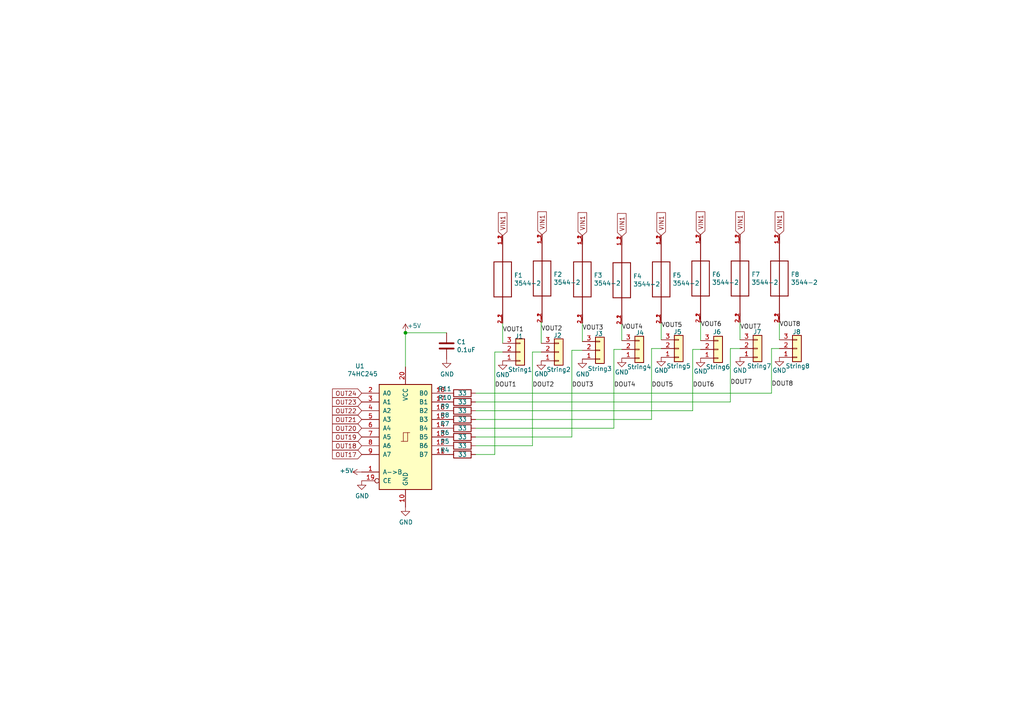
<source format=kicad_sch>
(kicad_sch (version 20211123) (generator eeschema)
  (paper "A4")
  (title_block (title "16 Expansion Dual SMD") (date "2022-06-05") (rev "v1") (company "Scott Hanson"))
  (lib_symbols
    (symbol "74xx:74HC245" (pin_names (offset 1.016))
      (property "Reference" "U" (at -7.62 16.51 0))
      (property "Value" "74HC245" (at -7.62 -16.51 0))
      (symbol "74HC245_1_0"
        (polyline (pts (xy -0.635 -1.27) (xy -0.635 1.27) (xy 0.635 1.27)))
        (polyline (pts (xy -1.27 -1.27) (xy 0.635 -1.27) (xy 0.635 1.27) (xy 1.27 1.27)))
        (pin input line (at -12.7 -10.16 0) (length 5.08) (name "A->B") (number "1"))
        (pin power_in line (at 0 -20.32 90) (length 5.08) (name "GND") (number "10"))
        (pin tri_state line (at 12.7 -5.08 180) (length 5.08) (name "B7") (number "11"))
        (pin tri_state line (at 12.7 -2.54 180) (length 5.08) (name "B6") (number "12"))
        (pin tri_state line (at 12.7 0 180) (length 5.08) (name "B5") (number "13"))
        (pin tri_state line (at 12.7 2.54 180) (length 5.08) (name "B4") (number "14"))
        (pin tri_state line (at 12.7 5.08 180) (length 5.08) (name "B3") (number "15"))
        (pin tri_state line (at 12.7 7.62 180) (length 5.08) (name "B2") (number "16"))
        (pin tri_state line (at 12.7 10.16 180) (length 5.08) (name "B1") (number "17"))
        (pin tri_state line (at 12.7 12.7 180) (length 5.08) (name "B0") (number "18"))
        (pin input inverted (at -12.7 -12.7 0) (length 5.08) (name "CE") (number "19"))
        (pin tri_state line (at -12.7 12.7 0) (length 5.08) (name "A0") (number "2"))
        (pin power_in line (at 0 20.32 270) (length 5.08) (name "VCC") (number "20"))
        (pin tri_state line (at -12.7 10.16 0) (length 5.08) (name "A1") (number "3"))
        (pin tri_state line (at -12.7 7.62 0) (length 5.08) (name "A2") (number "4"))
        (pin tri_state line (at -12.7 5.08 0) (length 5.08) (name "A3") (number "5"))
        (pin tri_state line (at -12.7 2.54 0) (length 5.08) (name "A4") (number "6"))
        (pin tri_state line (at -12.7 0 0) (length 5.08) (name "A5") (number "7"))
        (pin tri_state line (at -12.7 -2.54 0) (length 5.08) (name "A6") (number "8"))
        (pin tri_state line (at -12.7 -5.08 0) (length 5.08) (name "A7") (number "9"))
      )
      (symbol "74HC245_1_1"
        (rectangle (start -7.62 15.24) (end 7.62 -15.24) (stroke (width 0.254)) (fill (type background)))
      )
    )
    (symbol "Connector_Generic:Conn_01x03" (pin_names (offset 1.016) hide)
      (property "Reference" "J" (at 0 5.08 0))
      (property "Value" "Conn_01x03" (at 0 -5.08 0))
      (symbol "Conn_01x03_1_1"
        (rectangle (start -1.27 -2.413) (end 0 -2.667) (stroke (width 0.1524)))
        (rectangle (start -1.27 0.127) (end 0 -0.127) (stroke (width 0.1524)))
        (rectangle (start -1.27 2.667) (end 0 2.413) (stroke (width 0.1524)))
        (rectangle (start -1.27 3.81) (end 1.27 -3.81) (stroke (width 0.254)) (fill (type background)))
        (pin passive line (at -5.08 2.54 0) (length 3.81) (name "Pin_1") (number "1"))
        (pin passive line (at -5.08 0 0) (length 3.81) (name "Pin_2") (number "2"))
        (pin passive line (at -5.08 -2.54 0) (length 3.81) (name "Pin_3") (number "3"))
      )
    )
    (symbol "Device:R" (pin_numbers hide) (pin_names (offset 0))
      (property "Reference" "R" (at 2.032 0 90))
      (property "Value" "R" (at 0 0 90))
      (symbol "R_0_1"
        (rectangle (start -1.016 -2.54) (end 1.016 2.54) (stroke (width 0.254)))
      )
      (symbol "R_1_1"
        (pin passive line (at 0 3.81 270) (length 1.27) (name "~") (number "1"))
        (pin passive line (at 0 -3.81 90) (length 1.27) (name "~") (number "2"))
      )
    )
    (symbol "PB_16-rescue:3544-2-Keystone_Fuse" (pin_names (offset 1.016) hide)
      (property "Reference" "F" (at -5.08 3.302 0))
      (property "Value" "3544-2-Keystone_Fuse" (at -5.08 -5.08 0))
      (symbol "3544-2-Keystone_Fuse_0_0"
        (polyline (pts (xy -12.7 0) (xy 12.7 0)) (stroke (width 0.254)))
        (polyline (pts (xy -5.08 -2.54) (xy -5.08 2.54)) (stroke (width 0.254)))
        (polyline (pts (xy -5.08 2.54) (xy 5.08 2.54)) (stroke (width 0.254)))
        (polyline (pts (xy 5.08 -2.54) (xy -5.08 -2.54)) (stroke (width 0.254)))
        (polyline (pts (xy 5.08 2.54) (xy 5.08 -2.54)) (stroke (width 0.254)))
        (pin passive line (at -12.7 0 0) (length 2.54) (name "1") (number "1_1"))
        (pin passive line (at -12.7 0 0) (length 2.54) (name "1") (number "1_2"))
        (pin passive line (at 12.7 0 180) (length 2.54) (name "2") (number "2_1"))
        (pin passive line (at 12.7 0 180) (length 2.54) (name "2") (number "2_2"))
      )
    )
    (symbol "PB_16-rescue:C-Device" (pin_numbers hide) (pin_names (offset 0.254))
      (property "Reference" "C" (at 0.635 2.54 0))
      (property "Value" "C-Device" (at 0.635 -2.54 0))
      (symbol "C-Device_0_1"
        (polyline (pts (xy -2.032 -0.762) (xy 2.032 -0.762)) (stroke (width 0.508)))
        (polyline (pts (xy -2.032 0.762) (xy 2.032 0.762)) (stroke (width 0.508)))
      )
      (symbol "C-Device_1_1"
        (pin passive line (at 0 3.81 270) (length 2.794) (name "~") (number "1"))
        (pin passive line (at 0 -3.81 90) (length 2.794) (name "~") (number "2"))
      )
    )
    (symbol "power:+5V" (power) (pin_names (offset 0))
      (property "Value" "+5V" (at 0 3.556 0))
      (symbol "+5V_0_1"
        (polyline (pts (xy -0.762 1.27) (xy 0 2.54)))
        (polyline (pts (xy 0 0) (xy 0 2.54)))
        (polyline (pts (xy 0 2.54) (xy 0.762 1.27)))
      )
      (symbol "+5V_1_1"
        (pin power_in line (at 0 0 90) (length 0) hide (name "+5V") (number "1"))
      )
    )
    (symbol "power:GND" (power) (pin_names (offset 0))
      (property "Value" "GND" (at 0 -3.81 0))
      (symbol "GND_0_1"
        (polyline (pts (xy 0 0) (xy 0 -1.27) (xy 1.27 -1.27) (xy 0 -2.54) (xy -1.27 -1.27) (xy 0 -1.27)))
      )
      (symbol "GND_1_1"
        (pin power_in line (at 0 0 270) (length 0) hide (name "GND") (number "1"))
      )
    )
  )
  (junction (at 117.602 96.52))
  (wire (pts (xy 191.77 101.092) (xy 188.976 101.092)))
  (wire (pts (xy 129.54 96.52) (xy 117.602 96.52)))
  (wire (pts (xy 137.922 121.666) (xy 188.976 121.666)))
  (wire (pts (xy 165.862 101.6) (xy 165.862 126.746)))
  (wire (pts (xy 211.836 101.092) (xy 211.836 116.586)))
  (wire (pts (xy 203.2 93.472) (xy 203.2 98.806)))
  (wire (pts (xy 154.432 102.108) (xy 154.432 129.286)))
  (wire (pts (xy 137.922 119.126) (xy 200.914 119.126)))
  (wire (pts (xy 156.972 99.568) (xy 156.972 93.472)))
  (wire (pts (xy 191.77 98.552) (xy 191.77 93.726)))
  (wire (pts (xy 223.774 101.092) (xy 226.06 101.092)))
  (wire (pts (xy 200.914 101.346) (xy 200.914 119.126)))
  (wire (pts (xy 137.922 129.286) (xy 154.432 129.286)))
  (wire (pts (xy 168.91 93.726) (xy 168.91 99.06)))
  (wire (pts (xy 143.51 102.108) (xy 145.796 102.108)))
  (wire (pts (xy 143.51 102.108) (xy 143.51 131.826)))
  (wire (pts (xy 156.972 102.108) (xy 154.432 102.108)))
  (wire (pts (xy 180.34 101.346) (xy 178.054 101.346)))
  (wire (pts (xy 156.972 93.472) (xy 157.226 93.472)))
  (wire (pts (xy 214.63 93.472) (xy 214.63 98.552)))
  (wire (pts (xy 145.796 93.726) (xy 145.796 99.568)))
  (wire (pts (xy 180.34 98.806) (xy 180.34 93.98)))
  (wire (pts (xy 226.06 98.552) (xy 226.06 93.472)))
  (wire (pts (xy 137.922 124.206) (xy 178.054 124.206)))
  (wire (pts (xy 165.862 101.6) (xy 168.91 101.6)))
  (wire (pts (xy 137.922 114.046) (xy 223.774 114.046)))
  (wire (pts (xy 203.2 101.346) (xy 200.914 101.346)))
  (wire (pts (xy 188.976 101.092) (xy 188.976 121.666)))
  (wire (pts (xy 137.922 126.746) (xy 165.862 126.746)))
  (wire (pts (xy 137.922 116.586) (xy 211.836 116.586)))
  (wire (pts (xy 211.836 101.092) (xy 214.63 101.092)))
  (wire (pts (xy 143.51 131.826) (xy 137.922 131.826)))
  (wire (pts (xy 117.602 96.52) (xy 117.602 106.426)))
  (wire (pts (xy 178.054 101.346) (xy 178.054 124.206)))
  (wire (pts (xy 223.774 101.092) (xy 223.774 114.046)))
  (label "DOUT4" (at 178.054 112.522 0))
  (label "DOUT7" (at 211.836 111.76 0))
  (label "VOUT6" (at 203.2 94.996 0))
  (label "VOUT4" (at 180.34 95.758 0))
  (label "DOUT1" (at 143.51 112.522 0))
  (label "DOUT8" (at 223.774 112.268 0))
  (label "VOUT8" (at 226.06 94.996 0))
  (label "DOUT5" (at 188.976 112.522 0))
  (label "VOUT1" (at 145.796 96.52 0))
  (label "DOUT2" (at 154.432 112.522 0))
  (label "VOUT7" (at 214.63 95.758 0))
  (label "DOUT3" (at 165.862 112.522 0))
  (label "DOUT6" (at 200.914 112.522 0))
  (label "VOUT5" (at 191.77 95.25 0))
  (label "VOUT3" (at 168.91 96.012 0))
  (label "VOUT2" (at 156.972 96.266 0))
  (global_label "OUT22" (shape input) (at 104.902 119.126 180) (property "Intersheet References" "${INTERSHEET_REFS}" (effects hide)))
  (global_label "VIN1" (shape input) (at 191.77 68.326 90) (property "Intersheet References" "${INTERSHEET_REFS}" (effects hide)))
  (global_label "VIN1" (shape input) (at 203.2 68.072 90) (property "Intersheet References" "${INTERSHEET_REFS}" (effects hide)))
  (global_label "VIN1" (shape input) (at 214.63 68.072 90) (property "Intersheet References" "${INTERSHEET_REFS}" (effects hide)))
  (global_label "OUT18" (shape input) (at 104.902 129.286 180) (property "Intersheet References" "${INTERSHEET_REFS}" (effects hide)))
  (global_label "VIN1" (shape input) (at 226.06 68.072 90) (property "Intersheet References" "${INTERSHEET_REFS}" (effects hide)))
  (global_label "VIN1" (shape input) (at 168.91 68.326 90) (property "Intersheet References" "${INTERSHEET_REFS}" (effects hide)))
  (global_label "VIN1" (shape input) (at 157.226 68.072 90) (property "Intersheet References" "${INTERSHEET_REFS}" (effects hide)))
  (global_label "OUT20" (shape input) (at 104.902 124.206 180) (property "Intersheet References" "${INTERSHEET_REFS}" (effects hide)))
  (global_label "VIN1" (shape input) (at 145.796 68.326 90) (property "Intersheet References" "${INTERSHEET_REFS}" (effects hide)))
  (global_label "OUT24" (shape input) (at 104.902 114.046 180) (property "Intersheet References" "${INTERSHEET_REFS}" (effects hide)))
  (global_label "OUT23" (shape input) (at 104.902 116.586 180) (property "Intersheet References" "${INTERSHEET_REFS}" (effects hide)))
  (global_label "VIN1" (shape input) (at 180.34 68.58 90) (property "Intersheet References" "${INTERSHEET_REFS}" (effects hide)))
  (global_label "OUT17" (shape input) (at 104.902 131.826 180) (property "Intersheet References" "${INTERSHEET_REFS}" (effects hide)))
  (global_label "OUT21" (shape input) (at 104.902 121.666 180) (property "Intersheet References" "${INTERSHEET_REFS}" (effects hide)))
  (global_label "OUT19" (shape input) (at 104.902 126.746 180) (property "Intersheet References" "${INTERSHEET_REFS}" (effects hide)))
  (symbol (lib_id "Connector_Generic:Conn_01x03") (at 150.876 102.108 0) (mirror x) (unit 1)
    (property "Reference" "J1" (at 149.352 97.536 0) (effects (justify left)))
    (property "Value" "String1" (at 147.32 107.188 0) (effects (justify left)))
    (property "Footprint" "Connector_Phoenix_MC:PhoenixContact_MCV_1,5_3-G-3.5_1x03_P3.50mm_Vertical" (effects hide))
    (property "Digi-Key_PN" "277-5737-ND/ED10555-ND" (effects hide))
    (property "MPN" "1843619/OSTTJ0311530" (effects hide))
    (property "LCSC" "C192778" (effects hide))
  )
  (symbol (lib_id "Connector_Generic:Conn_01x03") (at 162.052 102.108 0) (mirror x) (unit 1)
    (property "Reference" "J2" (at 160.528 97.282 0) (effects (justify left)))
    (property "Value" "String2" (at 158.496 107.188 0) (effects (justify left)))
    (property "Footprint" "Connector_Phoenix_MC:PhoenixContact_MCV_1,5_3-G-3.5_1x03_P3.50mm_Vertical" (effects hide))
    (property "Digi-Key_PN" "277-5737-ND/ED10555-ND" (effects hide))
    (property "MPN" "1843619/OSTTJ0311530" (effects hide))
    (property "LCSC" "C192778" (effects hide))
  )
  (symbol (lib_id "Connector_Generic:Conn_01x03") (at 173.99 101.6 0) (mirror x) (unit 1)
    (property "Reference" "J3" (at 172.466 96.774 0) (effects (justify left)))
    (property "Value" "String3" (at 170.434 106.934 0) (effects (justify left)))
    (property "Footprint" "Connector_Phoenix_MC:PhoenixContact_MCV_1,5_3-G-3.5_1x03_P3.50mm_Vertical" (effects hide))
    (property "Digi-Key_PN" "277-5737-ND/ED10555-ND" (effects hide))
    (property "MPN" "1843619/OSTTJ0311530" (effects hide))
    (property "LCSC" "C192778" (effects hide))
  )
  (symbol (lib_id "Connector_Generic:Conn_01x03") (at 185.42 101.346 0) (mirror x) (unit 1)
    (property "Reference" "J4" (at 184.404 96.52 0) (effects (justify left)))
    (property "Value" "String4" (at 181.864 106.426 0) (effects (justify left)))
    (property "Footprint" "Connector_Phoenix_MC:PhoenixContact_MCV_1,5_3-G-3.5_1x03_P3.50mm_Vertical" (effects hide))
    (property "Digi-Key_PN" "277-5737-ND/ED10555-ND" (effects hide))
    (property "MPN" "1843619/OSTTJ0311530" (effects hide))
    (property "LCSC" "C192778" (effects hide))
  )
  (symbol (lib_id "Connector_Generic:Conn_01x03") (at 196.85 101.092 0) (mirror x) (unit 1)
    (property "Reference" "J5" (at 195.326 96.266 0) (effects (justify left)))
    (property "Value" "String5" (at 193.294 106.172 0) (effects (justify left)))
    (property "Footprint" "Connector_Phoenix_MC:PhoenixContact_MCV_1,5_3-G-3.5_1x03_P3.50mm_Vertical" (effects hide))
    (property "Digi-Key_PN" "277-5737-ND/ED10555-ND" (effects hide))
    (property "MPN" "1843619/OSTTJ0311530" (effects hide))
    (property "LCSC" "C192778" (effects hide))
  )
  (symbol (lib_id "Connector_Generic:Conn_01x03") (at 208.28 101.346 0) (mirror x) (unit 1)
    (property "Reference" "J6" (at 206.756 96.266 0) (effects (justify left)))
    (property "Value" "String6" (at 204.724 106.426 0) (effects (justify left)))
    (property "Footprint" "Connector_Phoenix_MC:PhoenixContact_MCV_1,5_3-G-3.5_1x03_P3.50mm_Vertical" (effects hide))
    (property "Digi-Key_PN" "277-5737-ND/ED10555-ND" (effects hide))
    (property "MPN" "1843619/OSTTJ0311530" (effects hide))
    (property "LCSC" "C192778" (effects hide))
  )
  (symbol (lib_id "Connector_Generic:Conn_01x03") (at 219.71 101.092 0) (mirror x) (unit 1)
    (property "Reference" "J7" (at 218.44 96.266 0) (effects (justify left)))
    (property "Value" "String7" (at 216.662 106.172 0) (effects (justify left)))
    (property "Footprint" "Connector_Phoenix_MC:PhoenixContact_MCV_1,5_3-G-3.5_1x03_P3.50mm_Vertical" (effects hide))
    (property "Digi-Key_PN" "277-5737-ND/ED10555-ND" (effects hide))
    (property "MPN" "1843619/OSTTJ0311530" (effects hide))
    (property "LCSC" "C192778" (effects hide))
  )
  (symbol (lib_id "Connector_Generic:Conn_01x03") (at 231.14 101.092 0) (mirror x) (unit 1)
    (property "Reference" "J8" (at 229.87 96.266 0) (effects (justify left)))
    (property "Value" "String8" (at 227.838 106.172 0) (effects (justify left)))
    (property "Footprint" "Connector_Phoenix_MC:PhoenixContact_MCV_1,5_3-G-3.5_1x03_P3.50mm_Vertical" (effects hide))
    (property "Digi-Key_PN" "277-5737-ND/ED10555-ND" (effects hide))
    (property "MPN" "1843619/OSTTJ0311530" (effects hide))
    (property "LCSC" "C192778" (effects hide))
  )
  (symbol (lib_id "power:GND") (at 145.796 104.648 0) (unit 1)
    (property "Reference" "#PWR012" (effects hide))
    (property "Value" "GND" (at 145.796 108.712 0))
  )
  (symbol (lib_id "power:GND") (at 156.972 104.648 0) (unit 1)
    (property "Reference" "#PWR013" (effects hide))
    (property "Value" "GND" (at 156.972 108.458 0))
  )
  (symbol (lib_id "power:GND") (at 168.91 104.14 0) (unit 1)
    (property "Reference" "#PWR014" (effects hide))
    (property "Value" "GND" (at 169.037 108.5342 0))
  )
  (symbol (lib_id "power:GND") (at 180.34 103.886 0) (unit 1)
    (property "Reference" "#PWR015" (effects hide))
    (property "Value" "GND" (at 180.34 107.95 0))
  )
  (symbol (lib_id "power:GND") (at 191.77 103.632 0) (unit 1)
    (property "Reference" "#PWR016" (effects hide))
    (property "Value" "GND" (at 191.77 107.442 0))
  )
  (symbol (lib_id "power:GND") (at 203.2 103.886 0) (unit 1)
    (property "Reference" "#PWR017" (effects hide))
    (property "Value" "GND" (at 203.2 107.696 0))
  )
  (symbol (lib_id "power:GND") (at 214.63 103.632 0) (unit 1)
    (property "Reference" "#PWR018" (effects hide))
    (property "Value" "GND" (at 214.63 107.442 0))
  )
  (symbol (lib_id "power:GND") (at 226.06 103.632 0) (unit 1)
    (property "Reference" "#PWR019" (effects hide))
    (property "Value" "GND" (at 226.06 107.442 0))
  )
  (symbol (lib_id "PB_16-rescue:3544-2-Keystone_Fuse") (at 157.226 80.772 270) (unit 1)
    (property "Reference" "F2" (at 160.528 79.6036 90) (effects (justify left)))
    (property "Value" "3544-2" (at 160.528 81.915 90) (effects (justify left)))
    (property "Footprint" "Keystone_Fuse:FUSE_3544-2" (effects hide))
    (property "Field4" "3544-2" (effects hide))
    (property "Field5" "None" (effects hide))
    (property "Field6" "Unavailable" (effects hide))
    (property "Field7" "Fuse Clip; 500 VAC; 30 A; PCB; For 0.110 in. x 0.032 in. mini blade fuses" (effects hide))
    (property "Field8" "Keystone Electronics" (effects hide))
    (property "Digi-Key_PN" "36-3544-2-ND" (effects hide))
    (property "MPN" "3544-2" (effects hide))
    (property "LCSC" "C492610" (effects hide))
  )
  (symbol (lib_id "PB_16-rescue:3544-2-Keystone_Fuse") (at 168.91 81.026 270) (unit 1)
    (property "Reference" "F3" (at 172.212 79.8576 90) (effects (justify left)))
    (property "Value" "3544-2" (at 172.212 82.169 90) (effects (justify left)))
    (property "Footprint" "Keystone_Fuse:FUSE_3544-2" (effects hide))
    (property "Field4" "3544-2" (effects hide))
    (property "Field5" "None" (effects hide))
    (property "Field6" "Unavailable" (effects hide))
    (property "Field7" "Fuse Clip; 500 VAC; 30 A; PCB; For 0.110 in. x 0.032 in. mini blade fuses" (effects hide))
    (property "Field8" "Keystone Electronics" (effects hide))
    (property "Digi-Key_PN" "36-3544-2-ND" (effects hide))
    (property "MPN" "3544-2" (effects hide))
    (property "LCSC" "C492610" (effects hide))
  )
  (symbol (lib_id "PB_16-rescue:3544-2-Keystone_Fuse") (at 180.34 81.28 270) (unit 1)
    (property "Reference" "F4" (at 183.642 80.1116 90) (effects (justify left)))
    (property "Value" "3544-2" (at 183.642 82.423 90) (effects (justify left)))
    (property "Footprint" "Keystone_Fuse:FUSE_3544-2" (effects hide))
    (property "Field4" "3544-2" (effects hide))
    (property "Field5" "None" (effects hide))
    (property "Field6" "Unavailable" (effects hide))
    (property "Field7" "Fuse Clip; 500 VAC; 30 A; PCB; For 0.110 in. x 0.032 in. mini blade fuses" (effects hide))
    (property "Field8" "Keystone Electronics" (effects hide))
    (property "Digi-Key_PN" "36-3544-2-ND" (effects hide))
    (property "MPN" "3544-2" (effects hide))
    (property "LCSC" "C492610" (effects hide))
  )
  (symbol (lib_id "PB_16-rescue:3544-2-Keystone_Fuse") (at 191.77 81.026 270) (unit 1)
    (property "Reference" "F5" (at 195.072 79.8576 90) (effects (justify left)))
    (property "Value" "3544-2" (at 195.072 82.169 90) (effects (justify left)))
    (property "Footprint" "Keystone_Fuse:FUSE_3544-2" (effects hide))
    (property "Field4" "3544-2" (effects hide))
    (property "Field5" "None" (effects hide))
    (property "Field6" "Unavailable" (effects hide))
    (property "Field7" "Fuse Clip; 500 VAC; 30 A; PCB; For 0.110 in. x 0.032 in. mini blade fuses" (effects hide))
    (property "Field8" "Keystone Electronics" (effects hide))
    (property "Digi-Key_PN" "36-3544-2-ND" (effects hide))
    (property "MPN" "3544-2" (effects hide))
    (property "LCSC" "C492610" (effects hide))
  )
  (symbol (lib_id "PB_16-rescue:3544-2-Keystone_Fuse") (at 203.2 80.772 270) (unit 1)
    (property "Reference" "F6" (at 206.502 79.6036 90) (effects (justify left)))
    (property "Value" "3544-2" (at 206.502 81.915 90) (effects (justify left)))
    (property "Footprint" "Keystone_Fuse:FUSE_3544-2" (effects hide))
    (property "Field4" "3544-2" (effects hide))
    (property "Field5" "None" (effects hide))
    (property "Field6" "Unavailable" (effects hide))
    (property "Field7" "Fuse Clip; 500 VAC; 30 A; PCB; For 0.110 in. x 0.032 in. mini blade fuses" (effects hide))
    (property "Field8" "Keystone Electronics" (effects hide))
    (property "Digi-Key_PN" "36-3544-2-ND" (effects hide))
    (property "MPN" "3544-2" (effects hide))
    (property "LCSC" "C492610" (effects hide))
  )
  (symbol (lib_id "PB_16-rescue:3544-2-Keystone_Fuse") (at 214.63 80.772 270) (unit 1)
    (property "Reference" "F7" (at 217.932 79.6036 90) (effects (justify left)))
    (property "Value" "3544-2" (at 217.932 81.915 90) (effects (justify left)))
    (property "Footprint" "Keystone_Fuse:FUSE_3544-2" (effects hide))
    (property "Field4" "3544-2" (effects hide))
    (property "Field5" "None" (effects hide))
    (property "Field6" "Unavailable" (effects hide))
    (property "Field7" "Fuse Clip; 500 VAC; 30 A; PCB; For 0.110 in. x 0.032 in. mini blade fuses" (effects hide))
    (property "Field8" "Keystone Electronics" (effects hide))
    (property "Digi-Key_PN" "36-3544-2-ND" (effects hide))
    (property "MPN" "3544-2" (effects hide))
    (property "LCSC" "C492610" (effects hide))
  )
  (symbol (lib_id "PB_16-rescue:3544-2-Keystone_Fuse") (at 226.06 80.772 270) (unit 1)
    (property "Reference" "F8" (at 229.362 79.6036 90) (effects (justify left)))
    (property "Value" "3544-2" (at 229.362 81.915 90) (effects (justify left)))
    (property "Footprint" "Keystone_Fuse:FUSE_3544-2" (effects hide))
    (property "Field4" "3544-2" (effects hide))
    (property "Field5" "None" (effects hide))
    (property "Field6" "Unavailable" (effects hide))
    (property "Field7" "Fuse Clip; 500 VAC; 30 A; PCB; For 0.110 in. x 0.032 in. mini blade fuses" (effects hide))
    (property "Field8" "Keystone Electronics" (effects hide))
    (property "Digi-Key_PN" "36-3544-2-ND" (effects hide))
    (property "MPN" "3544-2" (effects hide))
    (property "LCSC" "C492610" (effects hide))
  )
  (symbol (lib_id "power:GND") (at 117.602 147.066 0) (unit 1)
    (property "Reference" "#PWR011" (effects hide))
    (property "Value" "GND" (at 117.729 151.4602 0))
  )
  (symbol (lib_id "power:+5V") (at 104.902 136.906 90) (unit 1)
    (property "Reference" "#PWR08" (effects hide))
    (property "Value" "+5V" (at 100.5078 136.525 90))
  )
  (symbol (lib_id "power:GND") (at 104.902 139.446 0) (unit 1)
    (property "Reference" "#PWR09" (effects hide))
    (property "Value" "GND" (at 105.029 143.8402 0))
  )
  (symbol (lib_id "PB_16-rescue:C-Device") (at 129.54 100.33 0) (unit 1)
    (property "Reference" "C1" (at 132.461 99.1616 0) (effects (justify left)))
    (property "Value" "0.1uF" (at 132.461 101.473 0) (effects (justify left)))
    (property "Footprint" "Capacitor_SMD:C_0603_1608Metric_Pad1.08x0.95mm_HandSolder" (effects hide))
    (property "Digi-Key_PN" "1276-1935-2-ND" (effects hide))
    (property "MPN" "CL10B104KB8NNWC" (effects hide))
    (property "LCSC" "C14663" (effects hide))
  )
  (symbol (lib_id "power:+5V") (at 117.602 96.52 0) (unit 1)
    (property "Reference" "#PWR010" (effects hide))
    (property "Value" "+5V" (at 120.142 94.488 0))
  )
  (symbol (lib_id "PB_16-rescue:3544-2-Keystone_Fuse") (at 145.796 81.026 270) (unit 1)
    (property "Reference" "F1" (at 149.098 79.8576 90) (effects (justify left)))
    (property "Value" "3544-2" (at 149.098 82.169 90) (effects (justify left)))
    (property "Footprint" "Keystone_Fuse:FUSE_3544-2" (effects hide))
    (property "Field4" "3544-2" (effects hide))
    (property "Field5" "None" (effects hide))
    (property "Field6" "Unavailable" (effects hide))
    (property "Field7" "Fuse Clip; 500 VAC; 30 A; PCB; For 0.110 in. x 0.032 in. mini blade fuses" (effects hide))
    (property "Field8" "Keystone Electronics" (effects hide))
    (property "Digi-Key_PN" "36-3544-2-ND" (effects hide))
    (property "MPN" "3544-2" (effects hide))
    (property "LCSC" "C492610" (effects hide))
  )
  (symbol (lib_id "74xx:74HC245") (at 117.602 126.746 0) (unit 1)
    (property "Reference" "U1" (at 104.394 106.172 0))
    (property "Value" "74HC245" (at 105.156 108.458 0))
    (property "Footprint" "Package_SO:SOIC-20W_7.5x12.8mm_P1.27mm" (effects hide))
    (property "Datasheet" "http://www.ti.com/lit/gpn/sn74HC245" (effects hide))
    (property "Digi-Key_PN" "296-8279-1-ND" (effects hide))
    (property "LCSC" "C5625" (effects hide))
    (property "MPN" "SN74HC245PWR" (effects hide))
  )
  (symbol (lib_id "power:GND") (at 129.54 104.14 0) (unit 1)
    (property "Reference" "#PWR0102" (effects hide))
    (property "Value" "GND" (at 129.667 108.5342 0))
  )
  (symbol (lib_id "Device:R") (at 134.112 126.746 90) (unit 1)
    (property "Reference" "R6" (at 129.032 125.476 90))
    (property "Value" "33" (at 134.112 126.746 90))
    (property "Footprint" "Resistor_SMD:R_0603_1608Metric_Pad0.98x0.95mm_HandSolder" (effects hide))
    (property "LCSC" "C23140" (effects hide))
    (property "Digi-Key_PN" "2571-CN34J330CTTR-ND" (effects hide))
    (property "MPN" "CN34J330CT" (effects hide))
  )
  (symbol (lib_id "Device:R") (at 134.112 131.826 90) (unit 1)
    (property "Reference" "R4" (at 129.032 130.556 90))
    (property "Value" "33" (at 134.112 131.826 90))
    (property "Footprint" "Resistor_SMD:R_0603_1608Metric_Pad0.98x0.95mm_HandSolder" (effects hide))
    (property "LCSC" "C23140" (effects hide))
    (property "Digi-Key_PN" "2571-CN34J330CTTR-ND" (effects hide))
    (property "MPN" "CN34J330CT" (effects hide))
  )
  (symbol (lib_id "Device:R") (at 134.112 114.046 90) (unit 1)
    (property "Reference" "R11" (at 129.032 112.776 90))
    (property "Value" "33" (at 134.112 114.046 90))
    (property "Footprint" "Resistor_SMD:R_0603_1608Metric_Pad0.98x0.95mm_HandSolder" (effects hide))
    (property "LCSC" "C23140" (effects hide))
    (property "Digi-Key_PN" "2571-CN34J330CTTR-ND" (effects hide))
    (property "MPN" "CN34J330CT" (effects hide))
  )
  (symbol (lib_id "Device:R") (at 134.112 121.666 90) (unit 1)
    (property "Reference" "R8" (at 129.032 120.396 90))
    (property "Value" "33" (at 134.112 121.666 90))
    (property "Footprint" "Resistor_SMD:R_0603_1608Metric_Pad0.98x0.95mm_HandSolder" (effects hide))
    (property "LCSC" "C23140" (effects hide))
    (property "Digi-Key_PN" "2571-CN34J330CTTR-ND" (effects hide))
    (property "MPN" "CN34J330CT" (effects hide))
  )
  (symbol (lib_id "Device:R") (at 134.112 129.286 90) (unit 1)
    (property "Reference" "R5" (at 129.032 128.016 90))
    (property "Value" "33" (at 134.112 129.286 90))
    (property "Footprint" "Resistor_SMD:R_0603_1608Metric_Pad0.98x0.95mm_HandSolder" (effects hide))
    (property "LCSC" "C23140" (effects hide))
    (property "Digi-Key_PN" "2571-CN34J330CTTR-ND" (effects hide))
    (property "MPN" "CN34J330CT" (effects hide))
  )
  (symbol (lib_id "Device:R") (at 134.112 116.586 90) (unit 1)
    (property "Reference" "R10" (at 129.032 115.316 90))
    (property "Value" "33" (at 134.112 116.586 90))
    (property "Footprint" "Resistor_SMD:R_0603_1608Metric_Pad0.98x0.95mm_HandSolder" (effects hide))
    (property "LCSC" "C23140" (effects hide))
    (property "Digi-Key_PN" "2571-CN34J330CTTR-ND" (effects hide))
    (property "MPN" "CN34J330CT" (effects hide))
  )
  (symbol (lib_id "Device:R") (at 134.112 119.126 90) (unit 1)
    (property "Reference" "R9" (at 129.032 117.856 90))
    (property "Value" "33" (at 134.112 119.126 90))
    (property "Footprint" "Resistor_SMD:R_0603_1608Metric_Pad0.98x0.95mm_HandSolder" (effects hide))
    (property "LCSC" "C23140" (effects hide))
    (property "Digi-Key_PN" "2571-CN34J330CTTR-ND" (effects hide))
    (property "MPN" "CN34J330CT" (effects hide))
  )
  (symbol (lib_id "Device:R") (at 134.112 124.206 90) (unit 1)
    (property "Reference" "R7" (at 129.032 122.936 90))
    (property "Value" "33" (at 134.112 124.206 90))
    (property "Footprint" "Resistor_SMD:R_0603_1608Metric_Pad0.98x0.95mm_HandSolder" (effects hide))
    (property "LCSC" "C23140" (effects hide))
    (property "Digi-Key_PN" "2571-CN34J330CTTR-ND" (effects hide))
    (property "MPN" "CN34J330CT" (effects hide))
  )
)
</source>
